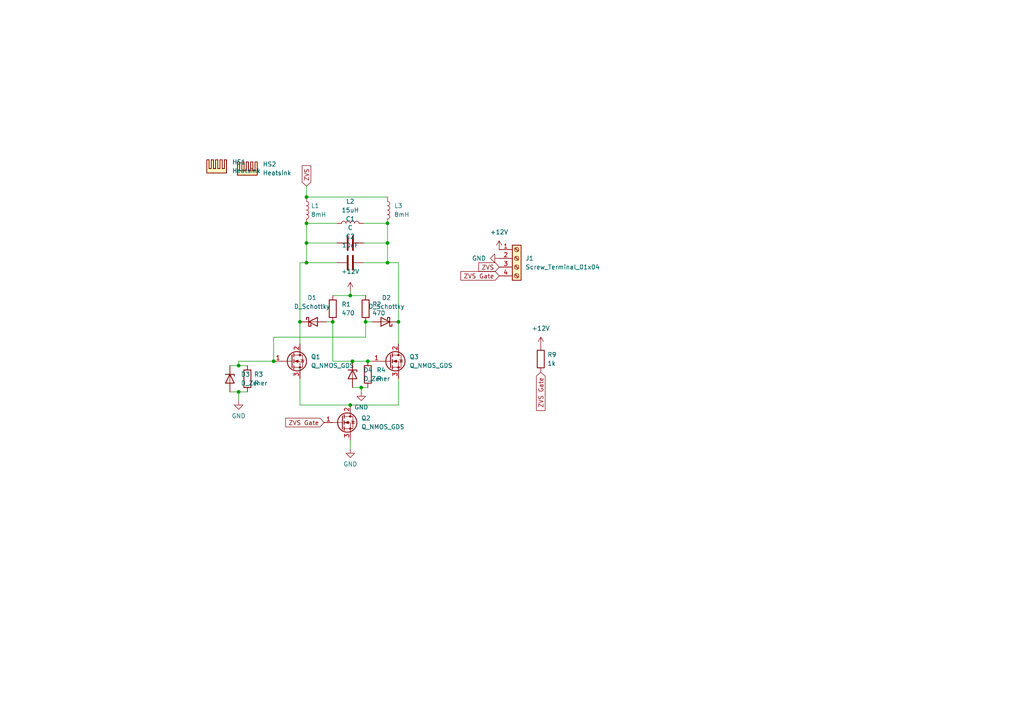
<source format=kicad_sch>
(kicad_sch (version 20211123) (generator eeschema)
  (paper "A4")
  (lib_symbols
    (symbol "Connector:Screw_Terminal_01x04" (pin_names (offset 1.016) hide)
      (property "Reference" "J" (at 0 5.08 0))
      (property "Value" "Screw_Terminal_01x04" (at 0 -7.62 0))
      (symbol "Screw_Terminal_01x04_1_1"
        (rectangle (start -1.27 3.81) (end 1.27 -6.35) (stroke (width 0.254)) (fill (type background)))
        (circle (center 0 -5.08) (radius 0.635) (stroke (width 0.1524)))
        (circle (center 0 -2.54) (radius 0.635) (stroke (width 0.1524)))
        (polyline (pts (xy -0.5334 -4.7498) (xy 0.3302 -5.588)) (stroke (width 0.1524)))
        (polyline (pts (xy -0.5334 -2.2098) (xy 0.3302 -3.048)) (stroke (width 0.1524)))
        (polyline (pts (xy -0.5334 0.3302) (xy 0.3302 -0.508)) (stroke (width 0.1524)))
        (polyline (pts (xy -0.5334 2.8702) (xy 0.3302 2.032)) (stroke (width 0.1524)))
        (polyline (pts (xy -0.3556 -4.572) (xy 0.508 -5.4102)) (stroke (width 0.1524)))
        (polyline (pts (xy -0.3556 -2.032) (xy 0.508 -2.8702)) (stroke (width 0.1524)))
        (polyline (pts (xy -0.3556 0.508) (xy 0.508 -0.3302)) (stroke (width 0.1524)))
        (polyline (pts (xy -0.3556 3.048) (xy 0.508 2.2098)) (stroke (width 0.1524)))
        (circle (center 0 0) (radius 0.635) (stroke (width 0.1524)))
        (circle (center 0 2.54) (radius 0.635) (stroke (width 0.1524)))
        (pin passive line (at -5.08 2.54 0) (length 3.81) (name "Pin_1") (number "1"))
        (pin passive line (at -5.08 0 0) (length 3.81) (name "Pin_2") (number "2"))
        (pin passive line (at -5.08 -2.54 0) (length 3.81) (name "Pin_3") (number "3"))
        (pin passive line (at -5.08 -5.08 0) (length 3.81) (name "Pin_4") (number "4"))
      )
    )
    (symbol "Device:C" (pin_numbers hide) (pin_names (offset 0.254))
      (property "Reference" "C" (at 0.635 2.54 0))
      (property "Value" "C" (at 0.635 -2.54 0))
      (symbol "C_0_1"
        (polyline (pts (xy -2.032 -0.762) (xy 2.032 -0.762)) (stroke (width 0.508)))
        (polyline (pts (xy -2.032 0.762) (xy 2.032 0.762)) (stroke (width 0.508)))
      )
      (symbol "C_1_1"
        (pin passive line (at 0 3.81 270) (length 2.794) (name "~") (number "1"))
        (pin passive line (at 0 -3.81 90) (length 2.794) (name "~") (number "2"))
      )
    )
    (symbol "Device:D_Schottky" (pin_numbers hide) (pin_names (offset 1.016) hide)
      (property "Reference" "D" (at 0 2.54 0))
      (property "Value" "D_Schottky" (at 0 -2.54 0))
      (symbol "D_Schottky_0_1"
        (polyline (pts (xy 1.27 0) (xy -1.27 0)))
        (polyline (pts (xy 1.27 1.27) (xy 1.27 -1.27) (xy -1.27 0) (xy 1.27 1.27)) (stroke (width 0.254)))
        (polyline (pts (xy -1.905 0.635) (xy -1.905 1.27) (xy -1.27 1.27) (xy -1.27 -1.27) (xy -0.635 -1.27) (xy -0.635 -0.635)) (stroke (width 0.254)))
      )
      (symbol "D_Schottky_1_1"
        (pin passive line (at -3.81 0 0) (length 2.54) (name "K") (number "1"))
        (pin passive line (at 3.81 0 180) (length 2.54) (name "A") (number "2"))
      )
    )
    (symbol "Device:D_Zener" (pin_numbers hide) (pin_names (offset 1.016) hide)
      (property "Reference" "D" (at 0 2.54 0))
      (property "Value" "D_Zener" (at 0 -2.54 0))
      (symbol "D_Zener_0_1"
        (polyline (pts (xy 1.27 0) (xy -1.27 0)))
        (polyline (pts (xy -1.27 -1.27) (xy -1.27 1.27) (xy -0.762 1.27)) (stroke (width 0.254)))
        (polyline (pts (xy 1.27 -1.27) (xy 1.27 1.27) (xy -1.27 0) (xy 1.27 -1.27)) (stroke (width 0.254)))
      )
      (symbol "D_Zener_1_1"
        (pin passive line (at -3.81 0 0) (length 2.54) (name "K") (number "1"))
        (pin passive line (at 3.81 0 180) (length 2.54) (name "A") (number "2"))
      )
    )
    (symbol "Device:L" (pin_numbers hide) (pin_names (offset 1.016) hide)
      (property "Reference" "L" (at -1.27 0 90))
      (property "Value" "L" (at 1.905 0 90))
      (symbol "L_0_1"
        (arc (start 0 -2.54) (mid 0.635 -1.905) (end 0 -1.27))
        (arc (start 0 -1.27) (mid 0.635 -0.635) (end 0 0))
        (arc (start 0 0) (mid 0.635 0.635) (end 0 1.27))
        (arc (start 0 1.27) (mid 0.635 1.905) (end 0 2.54))
      )
      (symbol "L_1_1"
        (pin passive line (at 0 3.81 270) (length 1.27) (name "1") (number "1"))
        (pin passive line (at 0 -3.81 90) (length 1.27) (name "2") (number "2"))
      )
    )
    (symbol "Device:Q_NMOS_GDS" (pin_names (offset 0) hide)
      (property "Reference" "Q" (at 5.08 1.27 0))
      (property "Value" "Q_NMOS_GDS" (at 5.08 -1.27 0))
      (symbol "Q_NMOS_GDS_0_1"
        (polyline (pts (xy 0.254 0) (xy -2.54 0)))
        (polyline (pts (xy 0.254 1.905) (xy 0.254 -1.905)) (stroke (width 0.254)))
        (polyline (pts (xy 0.762 -1.27) (xy 0.762 -2.286)) (stroke (width 0.254)))
        (polyline (pts (xy 0.762 0.508) (xy 0.762 -0.508)) (stroke (width 0.254)))
        (polyline (pts (xy 0.762 2.286) (xy 0.762 1.27)) (stroke (width 0.254)))
        (polyline (pts (xy 2.54 2.54) (xy 2.54 1.778)))
        (polyline (pts (xy 2.54 -2.54) (xy 2.54 0) (xy 0.762 0)))
        (polyline (pts (xy 0.762 -1.778) (xy 3.302 -1.778) (xy 3.302 1.778) (xy 0.762 1.778)))
        (polyline (pts (xy 1.016 0) (xy 2.032 0.381) (xy 2.032 -0.381) (xy 1.016 0)) (fill (type outline)))
        (polyline (pts (xy 2.794 0.508) (xy 2.921 0.381) (xy 3.683 0.381) (xy 3.81 0.254)))
        (polyline (pts (xy 3.302 0.381) (xy 2.921 -0.254) (xy 3.683 -0.254) (xy 3.302 0.381)))
        (circle (center 1.651 0) (radius 2.794) (stroke (width 0.254)))
        (circle (center 2.54 -1.778) (radius 0.254) (fill (type outline)))
        (circle (center 2.54 1.778) (radius 0.254) (fill (type outline)))
      )
      (symbol "Q_NMOS_GDS_1_1"
        (pin input line (at -5.08 0 0) (length 2.54) (name "G") (number "1"))
        (pin passive line (at 2.54 5.08 270) (length 2.54) (name "D") (number "2"))
        (pin passive line (at 2.54 -5.08 90) (length 2.54) (name "S") (number "3"))
      )
    )
    (symbol "Device:R" (pin_numbers hide) (pin_names (offset 0))
      (property "Reference" "R" (at 2.032 0 90))
      (property "Value" "R" (at 0 0 90))
      (symbol "R_0_1"
        (rectangle (start -1.016 -2.54) (end 1.016 2.54) (stroke (width 0.254)))
      )
      (symbol "R_1_1"
        (pin passive line (at 0 3.81 270) (length 1.27) (name "~") (number "1"))
        (pin passive line (at 0 -3.81 90) (length 1.27) (name "~") (number "2"))
      )
    )
    (symbol "Mechanical:Heatsink" (pin_names (offset 1.016))
      (property "Reference" "HS" (at 0 5.08 0))
      (property "Value" "Heatsink" (at 0 -1.27 0))
      (symbol "Heatsink_0_1"
        (polyline (pts (xy -0.3302 1.27) (xy -0.9652 1.27) (xy -0.9652 3.81) (xy -1.6002 3.81) (xy -1.6002 1.27) (xy -2.2352 1.27) (xy -2.2352 3.81) (xy -2.8702 3.81) (xy -2.8702 0) (xy -0.9652 0)) (stroke (width 0.254)) (fill (type background)))
        (polyline (pts (xy -0.3302 1.27) (xy -0.3302 3.81) (xy 0.3048 3.81) (xy 0.3048 1.27) (xy 0.9398 1.27) (xy 0.9398 3.81) (xy 1.5748 3.81) (xy 1.5748 1.27) (xy 2.2098 1.27) (xy 2.2098 3.81) (xy 2.8448 3.81) (xy 2.8448 0) (xy -0.9652 0)) (stroke (width 0.254)) (fill (type background)))
      )
    )
    (symbol "power:+12V" (power) (pin_names (offset 0))
      (property "Value" "+12V" (at 0 3.556 0))
      (symbol "+12V_0_1"
        (polyline (pts (xy -0.762 1.27) (xy 0 2.54)))
        (polyline (pts (xy 0 0) (xy 0 2.54)))
        (polyline (pts (xy 0 2.54) (xy 0.762 1.27)))
      )
      (symbol "+12V_1_1"
        (pin power_in line (at 0 0 90) (length 0) hide (name "+12V") (number "1"))
      )
    )
    (symbol "power:GND" (power) (pin_names (offset 0))
      (property "Value" "GND" (at 0 -3.81 0))
      (symbol "GND_0_1"
        (polyline (pts (xy 0 0) (xy 0 -1.27) (xy 1.27 -1.27) (xy 0 -2.54) (xy -1.27 -1.27) (xy 0 -1.27)))
      )
      (symbol "GND_1_1"
        (pin power_in line (at 0 0 270) (length 0) hide (name "GND") (number "1"))
      )
    )
  )
  (junction (at 101.6 117.475))
  (junction (at 112.395 64.77))
  (junction (at 112.395 76.2))
  (junction (at 115.57 93.345))
  (junction (at 88.9 76.2))
  (junction (at 112.395 70.485))
  (junction (at 104.775 112.395))
  (junction (at 69.215 106.045))
  (junction (at 69.215 113.665))
  (junction (at 79.375 104.775))
  (junction (at 96.52 93.345))
  (junction (at 102.235 104.775))
  (junction (at 106.68 104.775))
  (junction (at 88.9 70.485))
  (junction (at 101.6 85.725))
  (junction (at 86.995 93.345))
  (junction (at 88.9 64.77))
  (junction (at 88.9 57.15))
  (junction (at 106.045 93.345))
  (wire (pts (xy 88.9 70.485) (xy 88.9 64.77)))
  (wire (pts (xy 88.9 76.2) (xy 88.9 70.485)))
  (wire (pts (xy 96.52 104.775) (xy 96.52 93.345)))
  (wire (pts (xy 101.6 127.635) (xy 101.6 130.175)))
  (wire (pts (xy 88.9 57.15) (xy 112.395 57.15)))
  (wire (pts (xy 69.215 106.045) (xy 71.755 106.045)))
  (wire (pts (xy 96.52 85.725) (xy 101.6 85.725)))
  (wire (pts (xy 115.57 109.855) (xy 115.57 117.475)))
  (wire (pts (xy 104.775 112.395) (xy 104.775 113.665)))
  (wire (pts (xy 115.57 93.345) (xy 115.57 99.695)))
  (wire (pts (xy 102.235 104.775) (xy 96.52 104.775)))
  (wire (pts (xy 105.41 64.77) (xy 112.395 64.77)))
  (wire (pts (xy 115.57 76.2) (xy 112.395 76.2)))
  (wire (pts (xy 97.79 70.485) (xy 88.9 70.485)))
  (wire (pts (xy 69.215 104.775) (xy 69.215 106.045)))
  (wire (pts (xy 101.6 84.455) (xy 101.6 85.725)))
  (wire (pts (xy 115.57 93.345) (xy 115.57 76.2)))
  (wire (pts (xy 79.375 97.79) (xy 79.375 104.775)))
  (wire (pts (xy 88.9 64.77) (xy 97.79 64.77)))
  (wire (pts (xy 106.68 104.775) (xy 102.235 104.775)))
  (wire (pts (xy 106.045 93.345) (xy 106.045 97.79)))
  (wire (pts (xy 69.215 113.665) (xy 71.755 113.665)))
  (wire (pts (xy 101.6 85.725) (xy 106.045 85.725)))
  (wire (pts (xy 112.395 70.485) (xy 112.395 76.2)))
  (wire (pts (xy 86.995 93.345) (xy 86.995 99.695)))
  (wire (pts (xy 86.995 117.475) (xy 101.6 117.475)))
  (wire (pts (xy 101.6 117.475) (xy 115.57 117.475)))
  (wire (pts (xy 107.95 104.775) (xy 106.68 104.775)))
  (wire (pts (xy 102.235 112.395) (xy 104.775 112.395)))
  (wire (pts (xy 86.995 76.2) (xy 88.9 76.2)))
  (wire (pts (xy 94.615 93.345) (xy 96.52 93.345)))
  (wire (pts (xy 79.375 97.79) (xy 106.045 97.79)))
  (wire (pts (xy 104.775 112.395) (xy 106.68 112.395)))
  (wire (pts (xy 66.675 106.045) (xy 69.215 106.045)))
  (wire (pts (xy 112.395 76.2) (xy 105.41 76.2)))
  (wire (pts (xy 106.045 93.345) (xy 107.95 93.345)))
  (wire (pts (xy 97.79 76.2) (xy 88.9 76.2)))
  (wire (pts (xy 88.9 53.975) (xy 88.9 57.15)))
  (wire (pts (xy 112.395 70.485) (xy 112.395 64.77)))
  (wire (pts (xy 86.995 109.855) (xy 86.995 117.475)))
  (wire (pts (xy 79.375 104.775) (xy 69.215 104.775)))
  (wire (pts (xy 66.675 113.665) (xy 69.215 113.665)))
  (wire (pts (xy 86.995 93.345) (xy 86.995 76.2)))
  (wire (pts (xy 69.215 113.665) (xy 69.215 116.205)))
  (wire (pts (xy 105.41 70.485) (xy 112.395 70.485)))
  (global_label "ZVS" (shape input) (at 144.78 77.47 180) (property "Intersheet References" "${INTERSHEET_REFS}" (effects hide)))
  (global_label "ZVS" (shape input) (at 88.9 53.975 90) (property "Intersheet References" "${INTERSHEET_REFS}" (effects hide)))
  (global_label "ZVS Gate" (shape input) (at 156.845 107.95 270) (property "Intersheet References" "${INTERSHEET_REFS}" (effects hide)))
  (global_label "ZVS Gate" (shape input) (at 144.78 80.01 180) (property "Intersheet References" "${INTERSHEET_REFS}" (effects hide)))
  (global_label "ZVS Gate" (shape input) (at 93.98 122.555 180) (property "Intersheet References" "${INTERSHEET_REFS}" (effects hide)))
  (symbol (lib_id "Device:R") (at 71.755 109.855 0) (unit 1)
    (property "Reference" "R3" (at 73.66 108.5849 0) (effects (justify left)))
    (property "Value" "R" (at 73.66 111.1249 0) (effects (justify left)))
    (property "Footprint" "Resistor_THT:R_Axial_DIN0204_L3.6mm_D1.6mm_P7.62mm_Horizontal" (effects hide))
  )
  (symbol (lib_id "Device:R") (at 106.045 89.535 0) (unit 1)
    (property "Reference" "R2" (at 107.95 88.2649 0) (effects (justify left)))
    (property "Value" "470" (at 107.95 90.8049 0) (effects (justify left)))
    (property "Footprint" "Resistor_THT:R_Axial_DIN0617_L17.0mm_D6.0mm_P20.32mm_Horizontal" (effects hide))
  )
  (symbol (lib_id "Device:D_Schottky") (at 111.76 93.345 180) (unit 1)
    (property "Reference" "D2" (at 112.0775 86.36 0))
    (property "Value" "D_Schottky" (at 112.0775 88.9 0))
    (property "Footprint" "Diode_THT:D_DO-201_P12.70mm_Horizontal" (effects hide))
  )
  (symbol (lib_id "power:GND") (at 144.78 74.93 270) (unit 1)
    (property "Reference" "#PWR011" (effects hide))
    (property "Value" "GND" (at 140.97 74.9299 90) (effects (justify right)))
  )
  (symbol (lib_id "Device:D_Zener") (at 102.235 108.585 270) (unit 1)
    (property "Reference" "D4" (at 105.41 107.3149 90) (effects (justify left)))
    (property "Value" "D_Zener" (at 105.41 109.8549 90) (effects (justify left)))
    (property "Footprint" "Diode_THT:D_DO-35_SOD27_P7.62mm_Horizontal" (effects hide))
  )
  (symbol (lib_id "Device:Q_NMOS_GDS") (at 113.03 104.775 0) (unit 1)
    (property "Reference" "Q3" (at 118.745 103.5049 0) (effects (justify left)))
    (property "Value" "Q_NMOS_GDS" (at 118.745 106.0449 0) (effects (justify left)))
    (property "Footprint" "Package_TO_SOT_THT:TO-220-3_Vertical" (effects hide))
  )
  (symbol (lib_id "Device:R") (at 96.52 89.535 0) (unit 1)
    (property "Reference" "R1" (at 99.06 88.2649 0) (effects (justify left)))
    (property "Value" "470" (at 99.06 90.8049 0) (effects (justify left)))
    (property "Footprint" "Resistor_THT:R_Axial_DIN0617_L17.0mm_D6.0mm_P20.32mm_Horizontal" (effects hide))
  )
  (symbol (lib_id "Mechanical:Heatsink") (at 62.865 50.165 0) (unit 1)
    (property "Reference" "HS1" (at 67.31 46.9899 0) (effects (justify left)))
    (property "Value" "Heatsink" (at 67.31 49.5299 0) (effects (justify left)))
    (property "Footprint" "Coil Gun Capacitor:63710ABPE" (effects hide))
  )
  (symbol (lib_id "Device:C") (at 101.6 76.2 90) (unit 1)
    (property "Reference" "C2" (at 101.6 68.58 90))
    (property "Value" "10uF" (at 101.6 71.12 90))
    (property "Footprint" "Capacitor_THT:C_Rect_L26.5mm_W11.5mm_P22.50mm_MKS4" (effects hide))
  )
  (symbol (lib_id "Device:D_Schottky") (at 90.805 93.345 0) (unit 1)
    (property "Reference" "D1" (at 90.4875 86.36 0))
    (property "Value" "D_Schottky" (at 90.4875 88.9 0))
    (property "Footprint" "Diode_THT:D_DO-201_P12.70mm_Horizontal" (effects hide))
  )
  (symbol (lib_id "Connector:Screw_Terminal_01x04") (at 149.86 74.93 0) (unit 1)
    (property "Reference" "J1" (at 152.4 74.9299 0) (effects (justify left)))
    (property "Value" "Screw_Terminal_01x04" (at 152.4 77.4699 0) (effects (justify left)))
    (property "Footprint" "TerminalBlock:TerminalBlock_bornier-4_P5.08mm" (effects hide))
  )
  (symbol (lib_id "Device:Q_NMOS_GDS") (at 84.455 104.775 0) (unit 1)
    (property "Reference" "Q1" (at 90.17 103.5049 0) (effects (justify left)))
    (property "Value" "Q_NMOS_GDS" (at 90.17 106.0449 0) (effects (justify left)))
    (property "Footprint" "Package_TO_SOT_THT:TO-220-3_Vertical" (effects hide))
  )
  (symbol (lib_id "Mechanical:Heatsink") (at 71.755 50.8 0) (unit 1)
    (property "Reference" "HS2" (at 76.2 47.6249 0) (effects (justify left)))
    (property "Value" "Heatsink" (at 76.2 50.1649 0) (effects (justify left)))
    (property "Footprint" "Coil Gun Capacitor:63710ABPE" (effects hide))
  )
  (symbol (lib_id "Device:R") (at 156.845 104.14 0) (unit 1)
    (property "Reference" "R9" (at 158.75 102.8699 0) (effects (justify left)))
    (property "Value" "1k" (at 158.75 105.4099 0) (effects (justify left)))
    (property "Footprint" "Resistor_THT:R_Axial_DIN0204_L3.6mm_D1.6mm_P7.62mm_Horizontal" (effects hide))
  )
  (symbol (lib_id "power:+12V") (at 156.845 100.33 0) (unit 1)
    (property "Reference" "#PWR02" (effects hide))
    (property "Value" "+12V" (at 156.845 95.25 0))
  )
  (symbol (lib_id "power:GND") (at 101.6 130.175 0) (unit 1)
    (property "Reference" "#PWR03" (effects hide))
    (property "Value" "GND" (at 101.6 134.62 0))
  )
  (symbol (lib_id "Device:L") (at 112.395 60.96 0) (unit 1)
    (property "Reference" "L3" (at 114.3 59.6899 0) (effects (justify left)))
    (property "Value" "8mH" (at 114.3 62.2299 0) (effects (justify left)))
    (property "Footprint" "Inductor_THT:L_Toroid_Vertical_L26.7mm_W14.0mm_P10.16mm_Pulse_D" (effects hide))
  )
  (symbol (lib_id "power:+12V") (at 144.78 72.39 0) (unit 1)
    (property "Reference" "#PWR010" (effects hide))
    (property "Value" "+12V" (at 144.78 67.31 0))
  )
  (symbol (lib_id "power:GND") (at 69.215 116.205 0) (unit 1)
    (property "Reference" "#PWR04" (effects hide))
    (property "Value" "GND" (at 69.215 120.65 0))
  )
  (symbol (lib_id "Device:D_Zener") (at 66.675 109.855 270) (unit 1)
    (property "Reference" "D3" (at 69.85 108.5849 90) (effects (justify left)))
    (property "Value" "D_Zener" (at 69.85 111.1249 90) (effects (justify left)))
    (property "Footprint" "Diode_THT:D_DO-35_SOD27_P7.62mm_Horizontal" (effects hide))
  )
  (symbol (lib_id "Device:R") (at 106.68 108.585 0) (unit 1)
    (property "Reference" "R4" (at 109.22 107.3149 0) (effects (justify left)))
    (property "Value" "R" (at 109.22 109.8549 0) (effects (justify left)))
    (property "Footprint" "Resistor_THT:R_Axial_DIN0204_L3.6mm_D1.6mm_P7.62mm_Horizontal" (effects hide))
  )
  (symbol (lib_id "Device:L") (at 101.6 64.77 90) (unit 1)
    (property "Reference" "L2" (at 101.6 58.42 90))
    (property "Value" "15uH" (at 101.6 60.96 90))
    (property "Footprint" "Coil Gun Capacitor:Primary" (effects hide))
  )
  (symbol (lib_id "power:+12V") (at 101.6 84.455 0) (unit 1)
    (property "Reference" "#PWR01" (effects hide))
    (property "Value" "+12V" (at 101.6 78.74 0))
  )
  (symbol (lib_id "Device:Q_NMOS_GDS") (at 99.06 122.555 0) (unit 1)
    (property "Reference" "Q2" (at 104.775 121.2849 0) (effects (justify left)))
    (property "Value" "Q_NMOS_GDS" (at 104.775 123.8249 0) (effects (justify left)))
    (property "Footprint" "Package_TO_SOT_THT:TO-220-3_Vertical" (effects hide))
  )
  (symbol (lib_id "power:GND") (at 104.775 113.665 0) (unit 1)
    (property "Reference" "#PWR05" (effects hide))
    (property "Value" "GND" (at 104.775 118.11 0))
  )
  (symbol (lib_id "Device:L") (at 88.9 60.96 0) (unit 1)
    (property "Reference" "L1" (at 90.17 59.6899 0) (effects (justify left)))
    (property "Value" "8mH" (at 90.17 62.2299 0) (effects (justify left)))
    (property "Footprint" "Inductor_THT:L_Toroid_Vertical_L26.7mm_W14.0mm_P10.16mm_Pulse_D" (effects hide))
  )
  (symbol (lib_id "Device:C") (at 101.6 70.485 90) (unit 1)
    (property "Reference" "C1" (at 101.6 63.5 90))
    (property "Value" "C" (at 101.6 66.04 90))
    (property "Footprint" "Capacitor_THT:C_Rect_L26.5mm_W11.5mm_P22.50mm_MKS4" (effects hide))
  )
)
</source>
